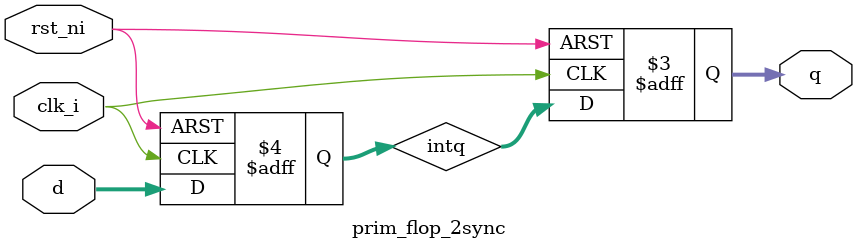
<source format=v>
module prim_flop_2sync (
	clk_i,
	rst_ni,
	d,
	q
);
	parameter Width = 16;
	parameter ResetValue = 0;
	input clk_i;
	input rst_ni;
	input [(Width - 1):0] d;
	output reg [(Width - 1):0] q;
	reg [(Width - 1):0] intq;
	always @(posedge clk_i or negedge rst_ni)
		if (!rst_ni) begin
			intq <= {Width {ResetValue}};
			q <= {Width {ResetValue}};
		end
		else begin
			intq <= d;
			q <= intq;
		end
endmodule

</source>
